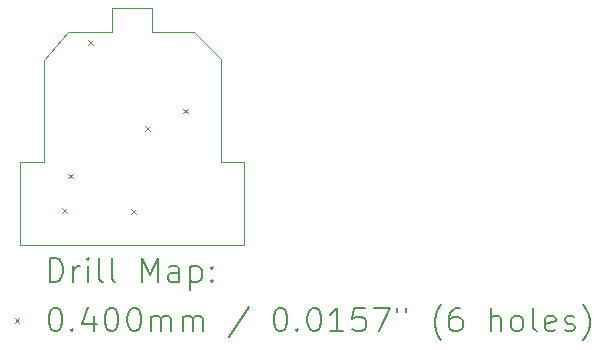
<source format=gbr>
%FSLAX45Y45*%
G04 Gerber Fmt 4.5, Leading zero omitted, Abs format (unit mm)*
G04 Created by KiCad (PCBNEW (6.0.0)) date 2021-12-31 14:26:19*
%MOMM*%
%LPD*%
G01*
G04 APERTURE LIST*
%TA.AperFunction,Profile*%
%ADD10C,0.100000*%
%TD*%
%ADD11C,0.200000*%
%ADD12C,0.040000*%
G04 APERTURE END LIST*
D10*
X11354000Y-7325750D02*
X11154000Y-7325750D01*
X11154000Y-6455750D02*
X11154000Y-7325750D01*
X10574000Y-6225750D02*
X10924000Y-6225750D01*
X10234000Y-6225750D02*
X10234000Y-6025750D01*
X10234000Y-6225750D02*
X9864000Y-6225750D01*
X10574000Y-6025750D02*
X10574000Y-6225750D01*
X9654000Y-6465750D02*
X9654000Y-7325750D01*
X9454000Y-8025750D02*
X11354000Y-8025750D01*
X9454000Y-7325750D02*
X9654000Y-7325750D01*
X11354000Y-8025750D02*
X11354000Y-7325750D01*
X9454000Y-8025750D02*
X9454000Y-7325750D01*
X10234000Y-6025750D02*
X10574000Y-6025750D01*
X10924000Y-6225750D02*
X11154000Y-6455750D01*
X9864000Y-6225750D02*
X9654000Y-6465750D01*
D11*
D12*
X9814000Y-7715750D02*
X9854000Y-7755750D01*
X9854000Y-7715750D02*
X9814000Y-7755750D01*
X9864000Y-7425750D02*
X9904000Y-7465750D01*
X9904000Y-7425750D02*
X9864000Y-7465750D01*
X10034000Y-6295750D02*
X10074000Y-6335750D01*
X10074000Y-6295750D02*
X10034000Y-6335750D01*
X10394000Y-7725750D02*
X10434000Y-7765750D01*
X10434000Y-7725750D02*
X10394000Y-7765750D01*
X10514000Y-7025750D02*
X10554000Y-7065750D01*
X10554000Y-7025750D02*
X10514000Y-7065750D01*
X10834000Y-6875750D02*
X10874000Y-6915750D01*
X10874000Y-6875750D02*
X10834000Y-6915750D01*
D11*
X9706619Y-8341226D02*
X9706619Y-8141226D01*
X9754238Y-8141226D01*
X9782810Y-8150750D01*
X9801857Y-8169798D01*
X9811381Y-8188845D01*
X9820905Y-8226940D01*
X9820905Y-8255512D01*
X9811381Y-8293607D01*
X9801857Y-8312655D01*
X9782810Y-8331702D01*
X9754238Y-8341226D01*
X9706619Y-8341226D01*
X9906619Y-8341226D02*
X9906619Y-8207893D01*
X9906619Y-8245988D02*
X9916143Y-8226940D01*
X9925667Y-8217417D01*
X9944714Y-8207893D01*
X9963762Y-8207893D01*
X10030429Y-8341226D02*
X10030429Y-8207893D01*
X10030429Y-8141226D02*
X10020905Y-8150750D01*
X10030429Y-8160274D01*
X10039952Y-8150750D01*
X10030429Y-8141226D01*
X10030429Y-8160274D01*
X10154238Y-8341226D02*
X10135190Y-8331702D01*
X10125667Y-8312655D01*
X10125667Y-8141226D01*
X10259000Y-8341226D02*
X10239952Y-8331702D01*
X10230429Y-8312655D01*
X10230429Y-8141226D01*
X10487571Y-8341226D02*
X10487571Y-8141226D01*
X10554238Y-8284083D01*
X10620905Y-8141226D01*
X10620905Y-8341226D01*
X10801857Y-8341226D02*
X10801857Y-8236464D01*
X10792333Y-8217417D01*
X10773286Y-8207893D01*
X10735190Y-8207893D01*
X10716143Y-8217417D01*
X10801857Y-8331702D02*
X10782810Y-8341226D01*
X10735190Y-8341226D01*
X10716143Y-8331702D01*
X10706619Y-8312655D01*
X10706619Y-8293607D01*
X10716143Y-8274559D01*
X10735190Y-8265036D01*
X10782810Y-8265036D01*
X10801857Y-8255512D01*
X10897095Y-8207893D02*
X10897095Y-8407893D01*
X10897095Y-8217417D02*
X10916143Y-8207893D01*
X10954238Y-8207893D01*
X10973286Y-8217417D01*
X10982810Y-8226940D01*
X10992333Y-8245988D01*
X10992333Y-8303131D01*
X10982810Y-8322178D01*
X10973286Y-8331702D01*
X10954238Y-8341226D01*
X10916143Y-8341226D01*
X10897095Y-8331702D01*
X11078048Y-8322178D02*
X11087571Y-8331702D01*
X11078048Y-8341226D01*
X11068524Y-8331702D01*
X11078048Y-8322178D01*
X11078048Y-8341226D01*
X11078048Y-8217417D02*
X11087571Y-8226940D01*
X11078048Y-8236464D01*
X11068524Y-8226940D01*
X11078048Y-8217417D01*
X11078048Y-8236464D01*
D12*
X9409000Y-8650750D02*
X9449000Y-8690750D01*
X9449000Y-8650750D02*
X9409000Y-8690750D01*
D11*
X9744714Y-8561226D02*
X9763762Y-8561226D01*
X9782810Y-8570750D01*
X9792333Y-8580274D01*
X9801857Y-8599321D01*
X9811381Y-8637417D01*
X9811381Y-8685036D01*
X9801857Y-8723131D01*
X9792333Y-8742179D01*
X9782810Y-8751702D01*
X9763762Y-8761226D01*
X9744714Y-8761226D01*
X9725667Y-8751702D01*
X9716143Y-8742179D01*
X9706619Y-8723131D01*
X9697095Y-8685036D01*
X9697095Y-8637417D01*
X9706619Y-8599321D01*
X9716143Y-8580274D01*
X9725667Y-8570750D01*
X9744714Y-8561226D01*
X9897095Y-8742179D02*
X9906619Y-8751702D01*
X9897095Y-8761226D01*
X9887571Y-8751702D01*
X9897095Y-8742179D01*
X9897095Y-8761226D01*
X10078048Y-8627893D02*
X10078048Y-8761226D01*
X10030429Y-8551702D02*
X9982810Y-8694560D01*
X10106619Y-8694560D01*
X10220905Y-8561226D02*
X10239952Y-8561226D01*
X10259000Y-8570750D01*
X10268524Y-8580274D01*
X10278048Y-8599321D01*
X10287571Y-8637417D01*
X10287571Y-8685036D01*
X10278048Y-8723131D01*
X10268524Y-8742179D01*
X10259000Y-8751702D01*
X10239952Y-8761226D01*
X10220905Y-8761226D01*
X10201857Y-8751702D01*
X10192333Y-8742179D01*
X10182810Y-8723131D01*
X10173286Y-8685036D01*
X10173286Y-8637417D01*
X10182810Y-8599321D01*
X10192333Y-8580274D01*
X10201857Y-8570750D01*
X10220905Y-8561226D01*
X10411381Y-8561226D02*
X10430429Y-8561226D01*
X10449476Y-8570750D01*
X10459000Y-8580274D01*
X10468524Y-8599321D01*
X10478048Y-8637417D01*
X10478048Y-8685036D01*
X10468524Y-8723131D01*
X10459000Y-8742179D01*
X10449476Y-8751702D01*
X10430429Y-8761226D01*
X10411381Y-8761226D01*
X10392333Y-8751702D01*
X10382810Y-8742179D01*
X10373286Y-8723131D01*
X10363762Y-8685036D01*
X10363762Y-8637417D01*
X10373286Y-8599321D01*
X10382810Y-8580274D01*
X10392333Y-8570750D01*
X10411381Y-8561226D01*
X10563762Y-8761226D02*
X10563762Y-8627893D01*
X10563762Y-8646940D02*
X10573286Y-8637417D01*
X10592333Y-8627893D01*
X10620905Y-8627893D01*
X10639952Y-8637417D01*
X10649476Y-8656464D01*
X10649476Y-8761226D01*
X10649476Y-8656464D02*
X10659000Y-8637417D01*
X10678048Y-8627893D01*
X10706619Y-8627893D01*
X10725667Y-8637417D01*
X10735190Y-8656464D01*
X10735190Y-8761226D01*
X10830429Y-8761226D02*
X10830429Y-8627893D01*
X10830429Y-8646940D02*
X10839952Y-8637417D01*
X10859000Y-8627893D01*
X10887571Y-8627893D01*
X10906619Y-8637417D01*
X10916143Y-8656464D01*
X10916143Y-8761226D01*
X10916143Y-8656464D02*
X10925667Y-8637417D01*
X10944714Y-8627893D01*
X10973286Y-8627893D01*
X10992333Y-8637417D01*
X11001857Y-8656464D01*
X11001857Y-8761226D01*
X11392333Y-8551702D02*
X11220905Y-8808845D01*
X11649476Y-8561226D02*
X11668524Y-8561226D01*
X11687571Y-8570750D01*
X11697095Y-8580274D01*
X11706619Y-8599321D01*
X11716143Y-8637417D01*
X11716143Y-8685036D01*
X11706619Y-8723131D01*
X11697095Y-8742179D01*
X11687571Y-8751702D01*
X11668524Y-8761226D01*
X11649476Y-8761226D01*
X11630428Y-8751702D01*
X11620905Y-8742179D01*
X11611381Y-8723131D01*
X11601857Y-8685036D01*
X11601857Y-8637417D01*
X11611381Y-8599321D01*
X11620905Y-8580274D01*
X11630428Y-8570750D01*
X11649476Y-8561226D01*
X11801857Y-8742179D02*
X11811381Y-8751702D01*
X11801857Y-8761226D01*
X11792333Y-8751702D01*
X11801857Y-8742179D01*
X11801857Y-8761226D01*
X11935190Y-8561226D02*
X11954238Y-8561226D01*
X11973286Y-8570750D01*
X11982809Y-8580274D01*
X11992333Y-8599321D01*
X12001857Y-8637417D01*
X12001857Y-8685036D01*
X11992333Y-8723131D01*
X11982809Y-8742179D01*
X11973286Y-8751702D01*
X11954238Y-8761226D01*
X11935190Y-8761226D01*
X11916143Y-8751702D01*
X11906619Y-8742179D01*
X11897095Y-8723131D01*
X11887571Y-8685036D01*
X11887571Y-8637417D01*
X11897095Y-8599321D01*
X11906619Y-8580274D01*
X11916143Y-8570750D01*
X11935190Y-8561226D01*
X12192333Y-8761226D02*
X12078048Y-8761226D01*
X12135190Y-8761226D02*
X12135190Y-8561226D01*
X12116143Y-8589798D01*
X12097095Y-8608845D01*
X12078048Y-8618369D01*
X12373286Y-8561226D02*
X12278048Y-8561226D01*
X12268524Y-8656464D01*
X12278048Y-8646940D01*
X12297095Y-8637417D01*
X12344714Y-8637417D01*
X12363762Y-8646940D01*
X12373286Y-8656464D01*
X12382809Y-8675512D01*
X12382809Y-8723131D01*
X12373286Y-8742179D01*
X12363762Y-8751702D01*
X12344714Y-8761226D01*
X12297095Y-8761226D01*
X12278048Y-8751702D01*
X12268524Y-8742179D01*
X12449476Y-8561226D02*
X12582809Y-8561226D01*
X12497095Y-8761226D01*
X12649476Y-8561226D02*
X12649476Y-8599321D01*
X12725667Y-8561226D02*
X12725667Y-8599321D01*
X13020905Y-8837417D02*
X13011381Y-8827893D01*
X12992333Y-8799321D01*
X12982809Y-8780274D01*
X12973286Y-8751702D01*
X12963762Y-8704083D01*
X12963762Y-8665988D01*
X12973286Y-8618369D01*
X12982809Y-8589798D01*
X12992333Y-8570750D01*
X13011381Y-8542179D01*
X13020905Y-8532655D01*
X13182809Y-8561226D02*
X13144714Y-8561226D01*
X13125667Y-8570750D01*
X13116143Y-8580274D01*
X13097095Y-8608845D01*
X13087571Y-8646940D01*
X13087571Y-8723131D01*
X13097095Y-8742179D01*
X13106619Y-8751702D01*
X13125667Y-8761226D01*
X13163762Y-8761226D01*
X13182809Y-8751702D01*
X13192333Y-8742179D01*
X13201857Y-8723131D01*
X13201857Y-8675512D01*
X13192333Y-8656464D01*
X13182809Y-8646940D01*
X13163762Y-8637417D01*
X13125667Y-8637417D01*
X13106619Y-8646940D01*
X13097095Y-8656464D01*
X13087571Y-8675512D01*
X13439952Y-8761226D02*
X13439952Y-8561226D01*
X13525667Y-8761226D02*
X13525667Y-8656464D01*
X13516143Y-8637417D01*
X13497095Y-8627893D01*
X13468524Y-8627893D01*
X13449476Y-8637417D01*
X13439952Y-8646940D01*
X13649476Y-8761226D02*
X13630428Y-8751702D01*
X13620905Y-8742179D01*
X13611381Y-8723131D01*
X13611381Y-8665988D01*
X13620905Y-8646940D01*
X13630428Y-8637417D01*
X13649476Y-8627893D01*
X13678048Y-8627893D01*
X13697095Y-8637417D01*
X13706619Y-8646940D01*
X13716143Y-8665988D01*
X13716143Y-8723131D01*
X13706619Y-8742179D01*
X13697095Y-8751702D01*
X13678048Y-8761226D01*
X13649476Y-8761226D01*
X13830428Y-8761226D02*
X13811381Y-8751702D01*
X13801857Y-8732655D01*
X13801857Y-8561226D01*
X13982809Y-8751702D02*
X13963762Y-8761226D01*
X13925667Y-8761226D01*
X13906619Y-8751702D01*
X13897095Y-8732655D01*
X13897095Y-8656464D01*
X13906619Y-8637417D01*
X13925667Y-8627893D01*
X13963762Y-8627893D01*
X13982809Y-8637417D01*
X13992333Y-8656464D01*
X13992333Y-8675512D01*
X13897095Y-8694560D01*
X14068524Y-8751702D02*
X14087571Y-8761226D01*
X14125667Y-8761226D01*
X14144714Y-8751702D01*
X14154238Y-8732655D01*
X14154238Y-8723131D01*
X14144714Y-8704083D01*
X14125667Y-8694560D01*
X14097095Y-8694560D01*
X14078048Y-8685036D01*
X14068524Y-8665988D01*
X14068524Y-8656464D01*
X14078048Y-8637417D01*
X14097095Y-8627893D01*
X14125667Y-8627893D01*
X14144714Y-8637417D01*
X14220905Y-8837417D02*
X14230428Y-8827893D01*
X14249476Y-8799321D01*
X14259000Y-8780274D01*
X14268524Y-8751702D01*
X14278048Y-8704083D01*
X14278048Y-8665988D01*
X14268524Y-8618369D01*
X14259000Y-8589798D01*
X14249476Y-8570750D01*
X14230428Y-8542179D01*
X14220905Y-8532655D01*
M02*

</source>
